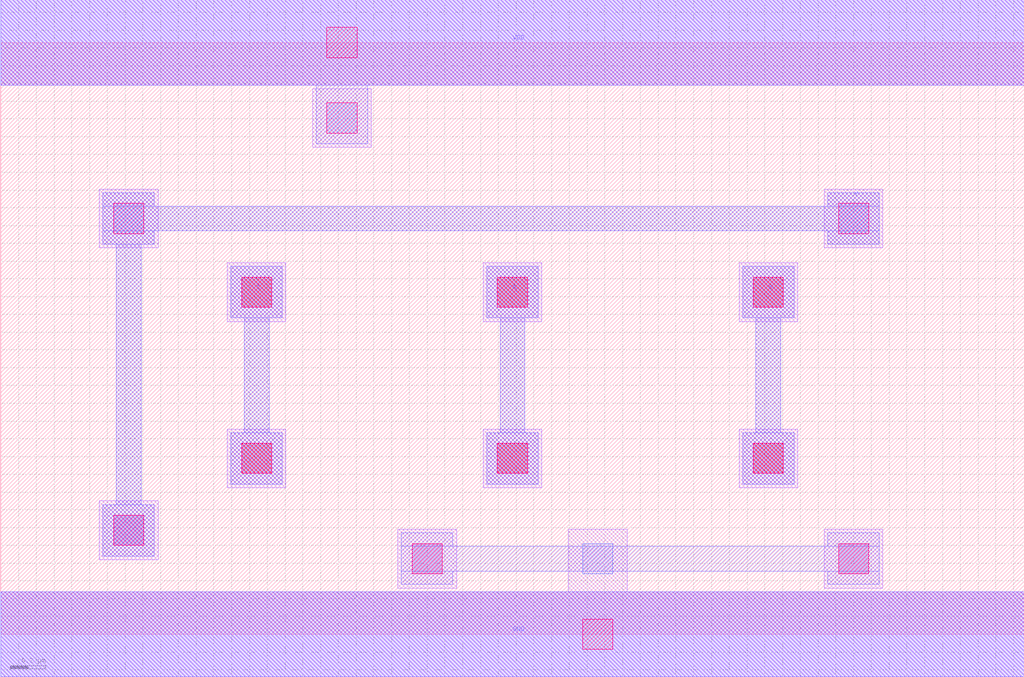
<source format=lef>
MACRO OAI21X1
 CLASS CORE ;
 FOREIGN OAI21X1 0 0 ;
 SIZE 5.76 BY 3.33 ;
 ORIGIN 0 0 ;
 SYMMETRY X Y R90 ;
 SITE unit ;
  PIN VDD
   DIRECTION INOUT ;
   USE POWER ;
   SHAPE ABUTMENT ;
    PORT
     CLASS CORE ;
       LAYER li1 ;
        RECT 0.00000000 3.09000000 5.76000000 3.57000000 ;
       LAYER met1 ;
        RECT 0.00000000 3.09000000 5.76000000 3.57000000 ;
    END
  END VDD

  PIN GND
   DIRECTION INOUT ;
   USE POWER ;
   SHAPE ABUTMENT ;
    PORT
     CLASS CORE ;
       LAYER li1 ;
        RECT 0.00000000 -0.24000000 5.76000000 0.24000000 ;
       LAYER met1 ;
        RECT 0.00000000 -0.24000000 5.76000000 0.24000000 ;
    END
  END GND

  PIN Y
   DIRECTION INOUT ;
   USE SIGNAL ;
   SHAPE ABUTMENT ;
    PORT
     CLASS CORE ;
       LAYER met1 ;
        RECT 0.57500000 0.44000000 0.86500000 0.73000000 ;
        RECT 0.65000000 0.73000000 0.79000000 2.19500000 ;
        RECT 0.57500000 2.19500000 0.86500000 2.27000000 ;
        RECT 4.65500000 2.19500000 4.94500000 2.27000000 ;
        RECT 0.57500000 2.27000000 4.94500000 2.41000000 ;
        RECT 0.57500000 2.41000000 0.86500000 2.48500000 ;
        RECT 4.65500000 2.41000000 4.94500000 2.48500000 ;
    END
  END Y

  PIN B
   DIRECTION INOUT ;
   USE SIGNAL ;
   SHAPE ABUTMENT ;
    PORT
     CLASS CORE ;
       LAYER met1 ;
        RECT 4.17500000 0.84500000 4.46500000 1.13500000 ;
        RECT 4.25000000 1.13500000 4.39000000 1.78000000 ;
        RECT 4.17500000 1.78000000 4.46500000 2.07000000 ;
    END
  END B

  PIN C
   DIRECTION INOUT ;
   USE SIGNAL ;
   SHAPE ABUTMENT ;
    PORT
     CLASS CORE ;
       LAYER met1 ;
        RECT 1.29500000 0.84500000 1.58500000 1.13500000 ;
        RECT 1.37000000 1.13500000 1.51000000 1.78000000 ;
        RECT 1.29500000 1.78000000 1.58500000 2.07000000 ;
    END
  END C

  PIN A
   DIRECTION INOUT ;
   USE SIGNAL ;
   SHAPE ABUTMENT ;
    PORT
     CLASS CORE ;
       LAYER met1 ;
        RECT 2.73500000 0.84500000 3.02500000 1.13500000 ;
        RECT 2.81000000 1.13500000 2.95000000 1.78000000 ;
        RECT 2.73500000 1.78000000 3.02500000 2.07000000 ;
    END
  END A

 OBS
    LAYER polycont ;
     RECT 1.35500000 0.90500000 1.52500000 1.07500000 ;
     RECT 2.79500000 0.90500000 2.96500000 1.07500000 ;
     RECT 4.23500000 0.90500000 4.40500000 1.07500000 ;
     RECT 1.35500000 1.84000000 1.52500000 2.01000000 ;
     RECT 2.79500000 1.84000000 2.96500000 2.01000000 ;
     RECT 4.23500000 1.84000000 4.40500000 2.01000000 ;

    LAYER pdiffc ;
     RECT 0.63500000 2.25500000 0.80500000 2.42500000 ;
     RECT 4.71500000 2.25500000 4.88500000 2.42500000 ;
     RECT 1.83500000 2.82000000 2.00500000 2.99000000 ;

    LAYER ndiffc ;
     RECT 2.31500000 0.34000000 2.48500000 0.51000000 ;
     RECT 3.27500000 0.34000000 3.44500000 0.51000000 ;
     RECT 4.71500000 0.34000000 4.88500000 0.51000000 ;
     RECT 0.63500000 0.50000000 0.80500000 0.67000000 ;

    LAYER li1 ;
     RECT 2.23500000 0.26000000 2.56500000 0.59000000 ;
     RECT 0.00000000 -0.24000000 5.76000000 0.24000000 ;
     RECT 3.19500000 0.24000000 3.52500000 0.59000000 ;
     RECT 4.63500000 0.26000000 4.96500000 0.59000000 ;
     RECT 0.55500000 0.42000000 0.88500000 0.75000000 ;
     RECT 1.27500000 0.82500000 1.60500000 1.15500000 ;
     RECT 2.71500000 0.82500000 3.04500000 1.15500000 ;
     RECT 4.15500000 0.82500000 4.48500000 1.15500000 ;
     RECT 1.27500000 1.76000000 1.60500000 2.09000000 ;
     RECT 2.71500000 1.76000000 3.04500000 2.09000000 ;
     RECT 4.15500000 1.76000000 4.48500000 2.09000000 ;
     RECT 0.55500000 2.17500000 0.88500000 2.50500000 ;
     RECT 4.63500000 2.17500000 4.96500000 2.50500000 ;
     RECT 1.75500000 2.74000000 2.08500000 3.07000000 ;
     RECT 0.00000000 3.09000000 5.76000000 3.57000000 ;

    LAYER viali ;
     RECT 3.27500000 -0.08500000 3.44500000 0.08500000 ;
     RECT 2.31500000 0.34000000 2.48500000 0.51000000 ;
     RECT 4.71500000 0.34000000 4.88500000 0.51000000 ;
     RECT 0.63500000 0.50000000 0.80500000 0.67000000 ;
     RECT 1.35500000 0.90500000 1.52500000 1.07500000 ;
     RECT 2.79500000 0.90500000 2.96500000 1.07500000 ;
     RECT 4.23500000 0.90500000 4.40500000 1.07500000 ;
     RECT 1.35500000 1.84000000 1.52500000 2.01000000 ;
     RECT 2.79500000 1.84000000 2.96500000 2.01000000 ;
     RECT 4.23500000 1.84000000 4.40500000 2.01000000 ;
     RECT 0.63500000 2.25500000 0.80500000 2.42500000 ;
     RECT 4.71500000 2.25500000 4.88500000 2.42500000 ;
     RECT 1.83500000 2.82000000 2.00500000 2.99000000 ;
     RECT 1.83500000 3.24500000 2.00500000 3.41500000 ;

    LAYER met1 ;
     RECT 0.00000000 -0.24000000 5.76000000 0.24000000 ;
     RECT 2.25500000 0.28000000 2.54500000 0.35500000 ;
     RECT 4.65500000 0.28000000 4.94500000 0.35500000 ;
     RECT 2.25500000 0.35500000 4.94500000 0.49500000 ;
     RECT 2.25500000 0.49500000 2.54500000 0.57000000 ;
     RECT 4.65500000 0.49500000 4.94500000 0.57000000 ;
     RECT 1.29500000 0.84500000 1.58500000 1.13500000 ;
     RECT 1.37000000 1.13500000 1.51000000 1.78000000 ;
     RECT 1.29500000 1.78000000 1.58500000 2.07000000 ;
     RECT 2.73500000 0.84500000 3.02500000 1.13500000 ;
     RECT 2.81000000 1.13500000 2.95000000 1.78000000 ;
     RECT 2.73500000 1.78000000 3.02500000 2.07000000 ;
     RECT 4.17500000 0.84500000 4.46500000 1.13500000 ;
     RECT 4.25000000 1.13500000 4.39000000 1.78000000 ;
     RECT 4.17500000 1.78000000 4.46500000 2.07000000 ;
     RECT 0.57500000 0.44000000 0.86500000 0.73000000 ;
     RECT 0.65000000 0.73000000 0.79000000 2.19500000 ;
     RECT 0.57500000 2.19500000 0.86500000 2.27000000 ;
     RECT 4.65500000 2.19500000 4.94500000 2.27000000 ;
     RECT 0.57500000 2.27000000 4.94500000 2.41000000 ;
     RECT 0.57500000 2.41000000 0.86500000 2.48500000 ;
     RECT 4.65500000 2.41000000 4.94500000 2.48500000 ;
     RECT 1.77500000 2.76000000 2.06500000 3.09000000 ;
     RECT 0.00000000 3.09000000 5.76000000 3.57000000 ;

 END
END OAI21X1

</source>
